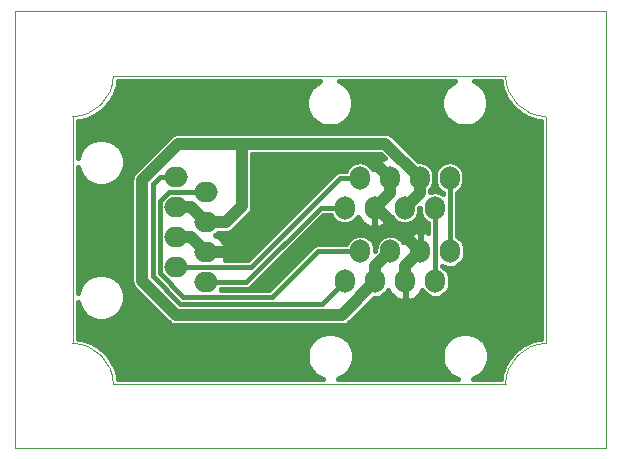
<source format=gbr>
%TF.GenerationSoftware,KiCad,Pcbnew,5.1.10*%
%TF.CreationDate,2022-04-01T14:38:16+02:00*%
%TF.ProjectId,coupleur,636f7570-6c65-4757-922e-6b696361645f,rev?*%
%TF.SameCoordinates,Original*%
%TF.FileFunction,Copper,L2,Bot*%
%TF.FilePolarity,Positive*%
%FSLAX46Y46*%
G04 Gerber Fmt 4.6, Leading zero omitted, Abs format (unit mm)*
G04 Created by KiCad (PCBNEW 5.1.10) date 2022-04-01 14:38:16*
%MOMM*%
%LPD*%
G01*
G04 APERTURE LIST*
%TA.AperFunction,Profile*%
%ADD10C,0.050000*%
%TD*%
%TA.AperFunction,Profile*%
%ADD11C,0.100000*%
%TD*%
%TA.AperFunction,ComponentPad*%
%ADD12O,2.000000X1.700000*%
%TD*%
%TA.AperFunction,ComponentPad*%
%ADD13O,1.700000X2.000000*%
%TD*%
%TA.AperFunction,Conductor*%
%ADD14C,0.400000*%
%TD*%
%TA.AperFunction,Conductor*%
%ADD15C,1.000000*%
%TD*%
%TA.AperFunction,Conductor*%
%ADD16C,0.100000*%
%TD*%
G04 APERTURE END LIST*
D10*
X124000000Y-92500000D02*
X174000000Y-92500000D01*
X124000000Y-129500000D02*
X124000000Y-92500000D01*
X174000000Y-129500000D02*
X124000000Y-129500000D01*
X174000000Y-92500000D02*
X174000000Y-129500000D01*
D11*
X165524576Y-124105518D02*
G75*
G02*
X168963092Y-120667000I3499470J-60952D01*
G01*
X168963093Y-101465941D02*
G75*
G02*
X165524576Y-98027424I60953J3499470D01*
G01*
X132323515Y-98027423D02*
G75*
G02*
X128885000Y-101465940I-3499469J60952D01*
G01*
X128884998Y-120667000D02*
G75*
G02*
X132323516Y-124105516I-60952J-3499470D01*
G01*
X168963092Y-101465940D02*
X168963092Y-120667000D01*
X132323516Y-98027424D02*
X165524576Y-98027424D01*
X165524576Y-124105516D02*
X132323516Y-124105516D01*
X128885000Y-120667000D02*
X128885000Y-101465940D01*
D12*
%TO.P,J1,1*%
%TO.N,Net-(J1-Pad1)*%
X137650000Y-106600000D03*
%TO.P,J1,2*%
%TO.N,Net-(J1-Pad2)*%
X140190000Y-107870000D03*
%TO.P,J1,3*%
%TO.N,/+12V*%
X137650000Y-109140000D03*
%TO.P,J1,4*%
X140190000Y-110410000D03*
%TO.P,J1,5*%
%TO.N,/GND*%
X137650000Y-111680000D03*
%TO.P,J1,6*%
X140190000Y-112950000D03*
%TO.P,J1,7*%
%TO.N,Net-(J1-Pad7)*%
X137650000Y-114220000D03*
%TO.P,J1,8*%
%TO.N,Net-(J1-Pad8)*%
X140190000Y-115490000D03*
%TD*%
D13*
%TO.P,J2,1*%
%TO.N,Net-(J1-Pad1)*%
X151950000Y-115400000D03*
%TO.P,J2,2*%
%TO.N,Net-(J1-Pad2)*%
X153220000Y-112860000D03*
%TO.P,J2,3*%
%TO.N,/+12V*%
X154490000Y-115400000D03*
%TO.P,J2,4*%
X155760000Y-112860000D03*
%TO.P,J2,5*%
%TO.N,/GND*%
X157030000Y-115400000D03*
%TO.P,J2,6*%
X158300000Y-112860000D03*
%TO.P,J2,7*%
%TO.N,Net-(J2-Pad7)*%
X159570000Y-115400000D03*
%TO.P,J2,8*%
%TO.N,Net-(J2-Pad8)*%
X160840000Y-112860000D03*
%TD*%
%TO.P,J3,8*%
%TO.N,Net-(J1-Pad8)*%
X151910000Y-109190000D03*
%TO.P,J3,7*%
%TO.N,Net-(J1-Pad7)*%
X153180000Y-106650000D03*
%TO.P,J3,6*%
%TO.N,/GND*%
X154450000Y-109190000D03*
%TO.P,J3,5*%
X155720000Y-106650000D03*
%TO.P,J3,4*%
%TO.N,/+12V*%
X156990000Y-109190000D03*
%TO.P,J3,3*%
X158260000Y-106650000D03*
%TO.P,J3,2*%
%TO.N,Net-(J2-Pad7)*%
X159530000Y-109190000D03*
%TO.P,J3,1*%
%TO.N,Net-(J2-Pad8)*%
X160800000Y-106650000D03*
%TD*%
D14*
%TO.N,Net-(J1-Pad1)*%
X150009980Y-117340020D02*
X151950000Y-115400000D01*
X138003697Y-117340020D02*
X150009980Y-117340020D01*
X135649981Y-114986304D02*
X138003697Y-117340020D01*
X135649980Y-107200020D02*
X135649981Y-114986304D01*
X136250000Y-106600000D02*
X135649980Y-107200020D01*
X137650000Y-106600000D02*
X136250000Y-106600000D01*
%TO.N,Net-(J1-Pad2)*%
X138252229Y-116740010D02*
X145759990Y-116740010D01*
X136249990Y-114737771D02*
X138252229Y-116740010D01*
X136249990Y-108622229D02*
X136249990Y-114737771D01*
X140190000Y-107870000D02*
X137002219Y-107870000D01*
X137002219Y-107870000D02*
X136249990Y-108622229D01*
X149640000Y-112860000D02*
X153220000Y-112860000D01*
X145759990Y-116740010D02*
X149640000Y-112860000D01*
%TO.N,Net-(J1-Pad7)*%
X143981458Y-114220000D02*
X137650000Y-114220000D01*
X151551458Y-106650000D02*
X143981458Y-114220000D01*
X153180000Y-106650000D02*
X151551458Y-106650000D01*
%TO.N,Net-(J1-Pad8)*%
X151910000Y-109190000D02*
X149860000Y-109190000D01*
X143560000Y-115490000D02*
X140190000Y-115490000D01*
X149860000Y-109190000D02*
X143560000Y-115490000D01*
%TO.N,Net-(J2-Pad7)*%
X159570000Y-112212219D02*
X159570000Y-115400000D01*
X159530000Y-112172219D02*
X159570000Y-112212219D01*
X159530000Y-109190000D02*
X159530000Y-112172219D01*
%TO.N,Net-(J2-Pad8)*%
X160800000Y-112820000D02*
X160840000Y-112860000D01*
X160800000Y-106650000D02*
X160800000Y-112820000D01*
D15*
%TO.N,/+12V*%
X138920000Y-109140000D02*
X140190000Y-110410000D01*
X137650000Y-109140000D02*
X138920000Y-109140000D01*
X158260000Y-107920000D02*
X156990000Y-109190000D01*
X158260000Y-106650000D02*
X158260000Y-107920000D01*
X154490000Y-114130000D02*
X155760000Y-112860000D01*
X154490000Y-115400000D02*
X154490000Y-114130000D01*
X155359980Y-103749980D02*
X149900020Y-103749980D01*
X158260000Y-106650000D02*
X155359980Y-103749980D01*
X154490000Y-115400000D02*
X151649970Y-118240030D01*
X134749971Y-106827223D02*
X137827214Y-103749980D01*
X134749972Y-115359099D02*
X134749971Y-106827223D01*
X137630900Y-118240029D02*
X134749972Y-115359099D01*
X151649970Y-118240030D02*
X137630900Y-118240029D01*
X140190000Y-110410000D02*
X141840000Y-110410000D01*
X143199980Y-109050020D02*
X143199980Y-103749980D01*
X141840000Y-110410000D02*
X143199980Y-109050020D01*
X137827214Y-103749980D02*
X143199980Y-103749980D01*
X143199980Y-103749980D02*
X149900020Y-103749980D01*
%TO.N,/GND*%
X138920000Y-111680000D02*
X140190000Y-112950000D01*
X137650000Y-111680000D02*
X138920000Y-111680000D01*
X155720000Y-107920000D02*
X154450000Y-109190000D01*
X155720000Y-106650000D02*
X155720000Y-107920000D01*
X157030000Y-114130000D02*
X158300000Y-112860000D01*
X157030000Y-115400000D02*
X157030000Y-114130000D01*
X154019990Y-104949990D02*
X150800010Y-104949990D01*
X155720000Y-106650000D02*
X154019990Y-104949990D01*
X142800000Y-112950000D02*
X140190000Y-112950000D01*
X150800010Y-104949990D02*
X142800000Y-112950000D01*
X154630000Y-109190000D02*
X158300000Y-112860000D01*
X154450000Y-109190000D02*
X154630000Y-109190000D01*
%TD*%
D14*
%TO.N,/GND*%
X149692645Y-98527623D02*
X149365074Y-98746499D01*
X149086499Y-99025074D01*
X148867623Y-99352645D01*
X148716859Y-99716622D01*
X148640000Y-100103017D01*
X148640000Y-100496983D01*
X148716859Y-100883378D01*
X148867623Y-101247355D01*
X149086499Y-101574926D01*
X149365074Y-101853501D01*
X149692645Y-102072377D01*
X150056622Y-102223141D01*
X150443017Y-102300000D01*
X150836983Y-102300000D01*
X151223378Y-102223141D01*
X151587355Y-102072377D01*
X151914926Y-101853501D01*
X152193501Y-101574926D01*
X152412377Y-101247355D01*
X152563141Y-100883378D01*
X152640000Y-100496983D01*
X152640000Y-100103017D01*
X152563141Y-99716622D01*
X152412377Y-99352645D01*
X152193501Y-99025074D01*
X151914926Y-98746499D01*
X151587355Y-98527623D01*
X151466164Y-98477424D01*
X161243836Y-98477424D01*
X161122645Y-98527623D01*
X160795074Y-98746499D01*
X160516499Y-99025074D01*
X160297623Y-99352645D01*
X160146859Y-99716622D01*
X160070000Y-100103017D01*
X160070000Y-100496983D01*
X160146859Y-100883378D01*
X160297623Y-101247355D01*
X160516499Y-101574926D01*
X160795074Y-101853501D01*
X161122645Y-102072377D01*
X161486622Y-102223141D01*
X161873017Y-102300000D01*
X162266983Y-102300000D01*
X162653378Y-102223141D01*
X163017355Y-102072377D01*
X163344926Y-101853501D01*
X163623501Y-101574926D01*
X163842377Y-101247355D01*
X163993141Y-100883378D01*
X164070000Y-100496983D01*
X164070000Y-100103017D01*
X163993141Y-99716622D01*
X163842377Y-99352645D01*
X163623501Y-99025074D01*
X163344926Y-98746499D01*
X163017355Y-98527623D01*
X162896164Y-98477424D01*
X165117970Y-98477424D01*
X165136099Y-98655904D01*
X165143545Y-98692833D01*
X165149957Y-98729945D01*
X165151668Y-98735991D01*
X165342266Y-99391942D01*
X165357405Y-99429788D01*
X165372031Y-99467887D01*
X165374884Y-99473485D01*
X165689260Y-100079922D01*
X165711510Y-100114182D01*
X165733210Y-100148638D01*
X165737095Y-100153576D01*
X166163275Y-100687402D01*
X166191749Y-100716680D01*
X166219735Y-100746273D01*
X166224500Y-100750357D01*
X166224505Y-100750362D01*
X166224510Y-100750366D01*
X166746257Y-101191242D01*
X166779827Y-101214398D01*
X166813076Y-101238026D01*
X166818550Y-101241110D01*
X167415999Y-101572252D01*
X167453417Y-101588442D01*
X167490632Y-101605166D01*
X167496601Y-101607128D01*
X168146991Y-101815919D01*
X168186901Y-101824546D01*
X168226596Y-101833709D01*
X168232832Y-101834475D01*
X168513092Y-101866892D01*
X168513093Y-120260394D01*
X168334611Y-120278524D01*
X168297679Y-120285971D01*
X168260571Y-120292382D01*
X168254525Y-120294092D01*
X167598574Y-120484691D01*
X167560728Y-120499830D01*
X167522629Y-120514456D01*
X167517031Y-120517309D01*
X166910594Y-120831685D01*
X166876334Y-120853935D01*
X166841878Y-120875635D01*
X166836940Y-120879520D01*
X166303114Y-121305700D01*
X166273836Y-121334174D01*
X166244243Y-121362160D01*
X166240159Y-121366925D01*
X166240154Y-121366930D01*
X166240150Y-121366935D01*
X165799274Y-121888682D01*
X165776094Y-121922286D01*
X165752490Y-121955502D01*
X165749409Y-121960971D01*
X165749406Y-121960975D01*
X165749406Y-121960976D01*
X165418265Y-122558424D01*
X165402068Y-122595857D01*
X165385351Y-122633057D01*
X165383389Y-122639026D01*
X165174599Y-123289415D01*
X165165977Y-123329298D01*
X165156808Y-123369021D01*
X165156042Y-123375257D01*
X165123626Y-123655516D01*
X162735929Y-123655516D01*
X163057355Y-123522377D01*
X163384926Y-123303501D01*
X163663501Y-123024926D01*
X163882377Y-122697355D01*
X164033141Y-122333378D01*
X164110000Y-121946983D01*
X164110000Y-121553017D01*
X164033141Y-121166622D01*
X163882377Y-120802645D01*
X163663501Y-120475074D01*
X163384926Y-120196499D01*
X163057355Y-119977623D01*
X162693378Y-119826859D01*
X162306983Y-119750000D01*
X161913017Y-119750000D01*
X161526622Y-119826859D01*
X161162645Y-119977623D01*
X160835074Y-120196499D01*
X160556499Y-120475074D01*
X160337623Y-120802645D01*
X160186859Y-121166622D01*
X160110000Y-121553017D01*
X160110000Y-121946983D01*
X160186859Y-122333378D01*
X160337623Y-122697355D01*
X160556499Y-123024926D01*
X160835074Y-123303501D01*
X161162645Y-123522377D01*
X161484071Y-123655516D01*
X151305929Y-123655516D01*
X151627355Y-123522377D01*
X151954926Y-123303501D01*
X152233501Y-123024926D01*
X152452377Y-122697355D01*
X152603141Y-122333378D01*
X152680000Y-121946983D01*
X152680000Y-121553017D01*
X152603141Y-121166622D01*
X152452377Y-120802645D01*
X152233501Y-120475074D01*
X151954926Y-120196499D01*
X151627355Y-119977623D01*
X151263378Y-119826859D01*
X150876983Y-119750000D01*
X150483017Y-119750000D01*
X150096622Y-119826859D01*
X149732645Y-119977623D01*
X149405074Y-120196499D01*
X149126499Y-120475074D01*
X148907623Y-120802645D01*
X148756859Y-121166622D01*
X148680000Y-121553017D01*
X148680000Y-121946983D01*
X148756859Y-122333378D01*
X148907623Y-122697355D01*
X149126499Y-123024926D01*
X149405074Y-123303501D01*
X149732645Y-123522377D01*
X150054071Y-123655516D01*
X132730122Y-123655516D01*
X132711992Y-123477035D01*
X132704545Y-123440103D01*
X132698134Y-123402995D01*
X132696424Y-123396949D01*
X132505825Y-122740998D01*
X132490686Y-122703152D01*
X132476060Y-122665053D01*
X132473207Y-122659455D01*
X132158831Y-122053018D01*
X132136581Y-122018758D01*
X132114881Y-121984302D01*
X132110996Y-121979364D01*
X131684816Y-121445538D01*
X131656342Y-121416260D01*
X131628356Y-121386667D01*
X131623591Y-121382583D01*
X131623586Y-121382578D01*
X131623581Y-121382574D01*
X131101834Y-120941698D01*
X131068230Y-120918518D01*
X131035014Y-120894914D01*
X131029545Y-120891833D01*
X131029541Y-120891830D01*
X131029536Y-120891828D01*
X130432092Y-120560689D01*
X130394659Y-120544492D01*
X130357459Y-120527775D01*
X130351490Y-120525813D01*
X129701101Y-120317023D01*
X129661218Y-120308401D01*
X129621495Y-120299232D01*
X129615259Y-120298466D01*
X129335000Y-120266050D01*
X129335000Y-117132939D01*
X129376859Y-117343378D01*
X129527623Y-117707355D01*
X129746499Y-118034926D01*
X130025074Y-118313501D01*
X130352645Y-118532377D01*
X130716622Y-118683141D01*
X131103017Y-118760000D01*
X131496983Y-118760000D01*
X131883378Y-118683141D01*
X132247355Y-118532377D01*
X132574926Y-118313501D01*
X132853501Y-118034926D01*
X133072377Y-117707355D01*
X133223141Y-117343378D01*
X133300000Y-116956983D01*
X133300000Y-116563017D01*
X133223141Y-116176622D01*
X133072377Y-115812645D01*
X132853501Y-115485074D01*
X132574926Y-115206499D01*
X132247355Y-114987623D01*
X131883378Y-114836859D01*
X131496983Y-114760000D01*
X131103017Y-114760000D01*
X130716622Y-114836859D01*
X130352645Y-114987623D01*
X130025074Y-115206499D01*
X129746499Y-115485074D01*
X129527623Y-115812645D01*
X129376859Y-116176622D01*
X129335000Y-116387061D01*
X129335000Y-105702939D01*
X129376859Y-105913378D01*
X129527623Y-106277355D01*
X129746499Y-106604926D01*
X130025074Y-106883501D01*
X130352645Y-107102377D01*
X130716622Y-107253141D01*
X131103017Y-107330000D01*
X131496983Y-107330000D01*
X131883378Y-107253141D01*
X132247355Y-107102377D01*
X132574926Y-106883501D01*
X132631204Y-106827223D01*
X133845617Y-106827223D01*
X133849971Y-106871430D01*
X133849973Y-115314882D01*
X133845618Y-115359099D01*
X133862995Y-115535529D01*
X133914459Y-115705180D01*
X133979208Y-115826317D01*
X133998030Y-115861531D01*
X134110498Y-115998574D01*
X134144838Y-116026756D01*
X136963252Y-118845173D01*
X136991425Y-118879503D01*
X137025754Y-118907676D01*
X137025762Y-118907684D01*
X137128467Y-118991971D01*
X137284818Y-119075542D01*
X137454468Y-119127006D01*
X137630899Y-119144383D01*
X137675116Y-119140028D01*
X151605763Y-119140030D01*
X151649970Y-119144384D01*
X151694176Y-119140030D01*
X151694197Y-119140028D01*
X151826400Y-119127007D01*
X151826407Y-119127005D01*
X151996050Y-119075544D01*
X152152401Y-118991973D01*
X152152403Y-118991971D01*
X152255107Y-118907685D01*
X152255109Y-118907683D01*
X152289444Y-118879505D01*
X152317622Y-118845170D01*
X154368692Y-116794100D01*
X154490000Y-116806048D01*
X154735043Y-116781913D01*
X154970669Y-116710437D01*
X155187823Y-116594366D01*
X155378160Y-116438160D01*
X155534366Y-116247822D01*
X155592056Y-116139892D01*
X155611260Y-116196110D01*
X155764570Y-116460478D01*
X155966510Y-116689857D01*
X156209320Y-116875432D01*
X156483668Y-117010071D01*
X156733086Y-117079446D01*
X156976000Y-116929944D01*
X156976000Y-115454000D01*
X156956000Y-115454000D01*
X156956000Y-115346000D01*
X156976000Y-115346000D01*
X156976000Y-115326000D01*
X157084000Y-115326000D01*
X157084000Y-115346000D01*
X157104000Y-115346000D01*
X157104000Y-115454000D01*
X157084000Y-115454000D01*
X157084000Y-116929944D01*
X157326914Y-117079446D01*
X157576332Y-117010071D01*
X157850680Y-116875432D01*
X158093490Y-116689857D01*
X158295430Y-116460478D01*
X158448740Y-116196110D01*
X158467944Y-116139892D01*
X158525635Y-116247823D01*
X158681841Y-116438160D01*
X158872178Y-116594366D01*
X159089332Y-116710437D01*
X159324958Y-116781913D01*
X159570000Y-116806048D01*
X159815043Y-116781913D01*
X160050669Y-116710437D01*
X160267823Y-116594366D01*
X160458160Y-116438160D01*
X160614366Y-116247822D01*
X160730437Y-116030668D01*
X160801913Y-115795042D01*
X160820000Y-115611404D01*
X160820000Y-115188595D01*
X160801913Y-115004957D01*
X160730437Y-114769331D01*
X160614366Y-114552177D01*
X160458160Y-114361840D01*
X160267822Y-114205634D01*
X160170000Y-114153347D01*
X160170000Y-114069237D01*
X160359332Y-114170437D01*
X160594958Y-114241913D01*
X160840000Y-114266048D01*
X161085043Y-114241913D01*
X161320669Y-114170437D01*
X161537823Y-114054366D01*
X161728160Y-113898160D01*
X161884366Y-113707822D01*
X162000437Y-113490668D01*
X162071913Y-113255042D01*
X162090000Y-113071404D01*
X162090000Y-112648595D01*
X162071913Y-112464957D01*
X162000437Y-112229331D01*
X161884366Y-112012177D01*
X161728160Y-111821840D01*
X161537822Y-111665634D01*
X161400000Y-111591967D01*
X161400000Y-107896653D01*
X161497822Y-107844366D01*
X161688160Y-107688160D01*
X161844366Y-107497823D01*
X161960437Y-107280669D01*
X162031913Y-107045043D01*
X162050000Y-106861405D01*
X162050000Y-106438596D01*
X162031913Y-106254958D01*
X161960437Y-106019332D01*
X161844366Y-105802178D01*
X161688160Y-105611840D01*
X161497823Y-105455634D01*
X161280669Y-105339563D01*
X161045043Y-105268087D01*
X160800000Y-105243952D01*
X160554958Y-105268087D01*
X160319332Y-105339563D01*
X160102178Y-105455634D01*
X159911841Y-105611840D01*
X159755635Y-105802177D01*
X159639563Y-106019331D01*
X159568087Y-106254957D01*
X159550000Y-106438595D01*
X159550000Y-106861404D01*
X159568087Y-107045042D01*
X159639563Y-107280668D01*
X159755634Y-107497822D01*
X159911840Y-107688160D01*
X160102177Y-107844366D01*
X160200000Y-107896653D01*
X160200000Y-107980762D01*
X160010669Y-107879563D01*
X159775043Y-107808087D01*
X159530000Y-107783952D01*
X159284958Y-107808087D01*
X159160000Y-107845992D01*
X159160000Y-107673733D01*
X159304366Y-107497823D01*
X159420437Y-107280669D01*
X159491913Y-107045043D01*
X159510000Y-106861405D01*
X159510000Y-106438596D01*
X159491913Y-106254958D01*
X159420437Y-106019332D01*
X159304366Y-105802178D01*
X159148160Y-105611840D01*
X158957823Y-105455634D01*
X158740669Y-105339563D01*
X158505043Y-105268087D01*
X158260000Y-105243952D01*
X158138692Y-105255900D01*
X156027637Y-103144845D01*
X155999455Y-103110505D01*
X155862412Y-102998037D01*
X155706061Y-102914466D01*
X155536411Y-102863003D01*
X155404187Y-102849980D01*
X155404186Y-102849980D01*
X155359980Y-102845626D01*
X155315774Y-102849980D01*
X143244187Y-102849980D01*
X143199980Y-102845626D01*
X143155774Y-102849980D01*
X137871421Y-102849980D01*
X137827214Y-102845626D01*
X137783007Y-102849980D01*
X137650783Y-102863003D01*
X137481133Y-102914466D01*
X137324782Y-102998037D01*
X137187739Y-103110505D01*
X137159557Y-103144845D01*
X134144831Y-106159571D01*
X134110496Y-106187749D01*
X134082318Y-106222084D01*
X134082316Y-106222086D01*
X134055340Y-106254957D01*
X133998028Y-106324792D01*
X133914457Y-106481143D01*
X133872175Y-106620527D01*
X133862994Y-106650793D01*
X133845617Y-106827223D01*
X132631204Y-106827223D01*
X132853501Y-106604926D01*
X133072377Y-106277355D01*
X133223141Y-105913378D01*
X133300000Y-105526983D01*
X133300000Y-105133017D01*
X133223141Y-104746622D01*
X133072377Y-104382645D01*
X132853501Y-104055074D01*
X132574926Y-103776499D01*
X132247355Y-103557623D01*
X131883378Y-103406859D01*
X131496983Y-103330000D01*
X131103017Y-103330000D01*
X130716622Y-103406859D01*
X130352645Y-103557623D01*
X130025074Y-103776499D01*
X129746499Y-104055074D01*
X129527623Y-104382645D01*
X129376859Y-104746622D01*
X129335000Y-104957061D01*
X129335000Y-101872546D01*
X129513481Y-101854416D01*
X129550409Y-101846970D01*
X129587522Y-101840558D01*
X129593567Y-101838847D01*
X130249518Y-101648249D01*
X130287400Y-101633095D01*
X130325461Y-101618484D01*
X130331060Y-101615631D01*
X130937498Y-101301255D01*
X130971726Y-101279025D01*
X131006215Y-101257305D01*
X131011152Y-101253420D01*
X131544977Y-100827240D01*
X131574238Y-100798783D01*
X131603848Y-100770780D01*
X131607937Y-100766009D01*
X132048817Y-100244259D01*
X132071997Y-100210655D01*
X132095601Y-100177439D01*
X132098682Y-100171970D01*
X132098685Y-100171966D01*
X132098687Y-100171961D01*
X132429826Y-99574517D01*
X132446016Y-99537099D01*
X132462740Y-99499884D01*
X132464702Y-99493915D01*
X132673493Y-98843525D01*
X132682120Y-98803615D01*
X132691283Y-98763920D01*
X132692049Y-98757684D01*
X132724466Y-98477424D01*
X149813836Y-98477424D01*
X149692645Y-98527623D01*
%TA.AperFunction,Conductor*%
D16*
G36*
X149692645Y-98527623D02*
G01*
X149365074Y-98746499D01*
X149086499Y-99025074D01*
X148867623Y-99352645D01*
X148716859Y-99716622D01*
X148640000Y-100103017D01*
X148640000Y-100496983D01*
X148716859Y-100883378D01*
X148867623Y-101247355D01*
X149086499Y-101574926D01*
X149365074Y-101853501D01*
X149692645Y-102072377D01*
X150056622Y-102223141D01*
X150443017Y-102300000D01*
X150836983Y-102300000D01*
X151223378Y-102223141D01*
X151587355Y-102072377D01*
X151914926Y-101853501D01*
X152193501Y-101574926D01*
X152412377Y-101247355D01*
X152563141Y-100883378D01*
X152640000Y-100496983D01*
X152640000Y-100103017D01*
X152563141Y-99716622D01*
X152412377Y-99352645D01*
X152193501Y-99025074D01*
X151914926Y-98746499D01*
X151587355Y-98527623D01*
X151466164Y-98477424D01*
X161243836Y-98477424D01*
X161122645Y-98527623D01*
X160795074Y-98746499D01*
X160516499Y-99025074D01*
X160297623Y-99352645D01*
X160146859Y-99716622D01*
X160070000Y-100103017D01*
X160070000Y-100496983D01*
X160146859Y-100883378D01*
X160297623Y-101247355D01*
X160516499Y-101574926D01*
X160795074Y-101853501D01*
X161122645Y-102072377D01*
X161486622Y-102223141D01*
X161873017Y-102300000D01*
X162266983Y-102300000D01*
X162653378Y-102223141D01*
X163017355Y-102072377D01*
X163344926Y-101853501D01*
X163623501Y-101574926D01*
X163842377Y-101247355D01*
X163993141Y-100883378D01*
X164070000Y-100496983D01*
X164070000Y-100103017D01*
X163993141Y-99716622D01*
X163842377Y-99352645D01*
X163623501Y-99025074D01*
X163344926Y-98746499D01*
X163017355Y-98527623D01*
X162896164Y-98477424D01*
X165117970Y-98477424D01*
X165136099Y-98655904D01*
X165143545Y-98692833D01*
X165149957Y-98729945D01*
X165151668Y-98735991D01*
X165342266Y-99391942D01*
X165357405Y-99429788D01*
X165372031Y-99467887D01*
X165374884Y-99473485D01*
X165689260Y-100079922D01*
X165711510Y-100114182D01*
X165733210Y-100148638D01*
X165737095Y-100153576D01*
X166163275Y-100687402D01*
X166191749Y-100716680D01*
X166219735Y-100746273D01*
X166224500Y-100750357D01*
X166224505Y-100750362D01*
X166224510Y-100750366D01*
X166746257Y-101191242D01*
X166779827Y-101214398D01*
X166813076Y-101238026D01*
X166818550Y-101241110D01*
X167415999Y-101572252D01*
X167453417Y-101588442D01*
X167490632Y-101605166D01*
X167496601Y-101607128D01*
X168146991Y-101815919D01*
X168186901Y-101824546D01*
X168226596Y-101833709D01*
X168232832Y-101834475D01*
X168513092Y-101866892D01*
X168513093Y-120260394D01*
X168334611Y-120278524D01*
X168297679Y-120285971D01*
X168260571Y-120292382D01*
X168254525Y-120294092D01*
X167598574Y-120484691D01*
X167560728Y-120499830D01*
X167522629Y-120514456D01*
X167517031Y-120517309D01*
X166910594Y-120831685D01*
X166876334Y-120853935D01*
X166841878Y-120875635D01*
X166836940Y-120879520D01*
X166303114Y-121305700D01*
X166273836Y-121334174D01*
X166244243Y-121362160D01*
X166240159Y-121366925D01*
X166240154Y-121366930D01*
X166240150Y-121366935D01*
X165799274Y-121888682D01*
X165776094Y-121922286D01*
X165752490Y-121955502D01*
X165749409Y-121960971D01*
X165749406Y-121960975D01*
X165749406Y-121960976D01*
X165418265Y-122558424D01*
X165402068Y-122595857D01*
X165385351Y-122633057D01*
X165383389Y-122639026D01*
X165174599Y-123289415D01*
X165165977Y-123329298D01*
X165156808Y-123369021D01*
X165156042Y-123375257D01*
X165123626Y-123655516D01*
X162735929Y-123655516D01*
X163057355Y-123522377D01*
X163384926Y-123303501D01*
X163663501Y-123024926D01*
X163882377Y-122697355D01*
X164033141Y-122333378D01*
X164110000Y-121946983D01*
X164110000Y-121553017D01*
X164033141Y-121166622D01*
X163882377Y-120802645D01*
X163663501Y-120475074D01*
X163384926Y-120196499D01*
X163057355Y-119977623D01*
X162693378Y-119826859D01*
X162306983Y-119750000D01*
X161913017Y-119750000D01*
X161526622Y-119826859D01*
X161162645Y-119977623D01*
X160835074Y-120196499D01*
X160556499Y-120475074D01*
X160337623Y-120802645D01*
X160186859Y-121166622D01*
X160110000Y-121553017D01*
X160110000Y-121946983D01*
X160186859Y-122333378D01*
X160337623Y-122697355D01*
X160556499Y-123024926D01*
X160835074Y-123303501D01*
X161162645Y-123522377D01*
X161484071Y-123655516D01*
X151305929Y-123655516D01*
X151627355Y-123522377D01*
X151954926Y-123303501D01*
X152233501Y-123024926D01*
X152452377Y-122697355D01*
X152603141Y-122333378D01*
X152680000Y-121946983D01*
X152680000Y-121553017D01*
X152603141Y-121166622D01*
X152452377Y-120802645D01*
X152233501Y-120475074D01*
X151954926Y-120196499D01*
X151627355Y-119977623D01*
X151263378Y-119826859D01*
X150876983Y-119750000D01*
X150483017Y-119750000D01*
X150096622Y-119826859D01*
X149732645Y-119977623D01*
X149405074Y-120196499D01*
X149126499Y-120475074D01*
X148907623Y-120802645D01*
X148756859Y-121166622D01*
X148680000Y-121553017D01*
X148680000Y-121946983D01*
X148756859Y-122333378D01*
X148907623Y-122697355D01*
X149126499Y-123024926D01*
X149405074Y-123303501D01*
X149732645Y-123522377D01*
X150054071Y-123655516D01*
X132730122Y-123655516D01*
X132711992Y-123477035D01*
X132704545Y-123440103D01*
X132698134Y-123402995D01*
X132696424Y-123396949D01*
X132505825Y-122740998D01*
X132490686Y-122703152D01*
X132476060Y-122665053D01*
X132473207Y-122659455D01*
X132158831Y-122053018D01*
X132136581Y-122018758D01*
X132114881Y-121984302D01*
X132110996Y-121979364D01*
X131684816Y-121445538D01*
X131656342Y-121416260D01*
X131628356Y-121386667D01*
X131623591Y-121382583D01*
X131623586Y-121382578D01*
X131623581Y-121382574D01*
X131101834Y-120941698D01*
X131068230Y-120918518D01*
X131035014Y-120894914D01*
X131029545Y-120891833D01*
X131029541Y-120891830D01*
X131029536Y-120891828D01*
X130432092Y-120560689D01*
X130394659Y-120544492D01*
X130357459Y-120527775D01*
X130351490Y-120525813D01*
X129701101Y-120317023D01*
X129661218Y-120308401D01*
X129621495Y-120299232D01*
X129615259Y-120298466D01*
X129335000Y-120266050D01*
X129335000Y-117132939D01*
X129376859Y-117343378D01*
X129527623Y-117707355D01*
X129746499Y-118034926D01*
X130025074Y-118313501D01*
X130352645Y-118532377D01*
X130716622Y-118683141D01*
X131103017Y-118760000D01*
X131496983Y-118760000D01*
X131883378Y-118683141D01*
X132247355Y-118532377D01*
X132574926Y-118313501D01*
X132853501Y-118034926D01*
X133072377Y-117707355D01*
X133223141Y-117343378D01*
X133300000Y-116956983D01*
X133300000Y-116563017D01*
X133223141Y-116176622D01*
X133072377Y-115812645D01*
X132853501Y-115485074D01*
X132574926Y-115206499D01*
X132247355Y-114987623D01*
X131883378Y-114836859D01*
X131496983Y-114760000D01*
X131103017Y-114760000D01*
X130716622Y-114836859D01*
X130352645Y-114987623D01*
X130025074Y-115206499D01*
X129746499Y-115485074D01*
X129527623Y-115812645D01*
X129376859Y-116176622D01*
X129335000Y-116387061D01*
X129335000Y-105702939D01*
X129376859Y-105913378D01*
X129527623Y-106277355D01*
X129746499Y-106604926D01*
X130025074Y-106883501D01*
X130352645Y-107102377D01*
X130716622Y-107253141D01*
X131103017Y-107330000D01*
X131496983Y-107330000D01*
X131883378Y-107253141D01*
X132247355Y-107102377D01*
X132574926Y-106883501D01*
X132631204Y-106827223D01*
X133845617Y-106827223D01*
X133849971Y-106871430D01*
X133849973Y-115314882D01*
X133845618Y-115359099D01*
X133862995Y-115535529D01*
X133914459Y-115705180D01*
X133979208Y-115826317D01*
X133998030Y-115861531D01*
X134110498Y-115998574D01*
X134144838Y-116026756D01*
X136963252Y-118845173D01*
X136991425Y-118879503D01*
X137025754Y-118907676D01*
X137025762Y-118907684D01*
X137128467Y-118991971D01*
X137284818Y-119075542D01*
X137454468Y-119127006D01*
X137630899Y-119144383D01*
X137675116Y-119140028D01*
X151605763Y-119140030D01*
X151649970Y-119144384D01*
X151694176Y-119140030D01*
X151694197Y-119140028D01*
X151826400Y-119127007D01*
X151826407Y-119127005D01*
X151996050Y-119075544D01*
X152152401Y-118991973D01*
X152152403Y-118991971D01*
X152255107Y-118907685D01*
X152255109Y-118907683D01*
X152289444Y-118879505D01*
X152317622Y-118845170D01*
X154368692Y-116794100D01*
X154490000Y-116806048D01*
X154735043Y-116781913D01*
X154970669Y-116710437D01*
X155187823Y-116594366D01*
X155378160Y-116438160D01*
X155534366Y-116247822D01*
X155592056Y-116139892D01*
X155611260Y-116196110D01*
X155764570Y-116460478D01*
X155966510Y-116689857D01*
X156209320Y-116875432D01*
X156483668Y-117010071D01*
X156733086Y-117079446D01*
X156976000Y-116929944D01*
X156976000Y-115454000D01*
X156956000Y-115454000D01*
X156956000Y-115346000D01*
X156976000Y-115346000D01*
X156976000Y-115326000D01*
X157084000Y-115326000D01*
X157084000Y-115346000D01*
X157104000Y-115346000D01*
X157104000Y-115454000D01*
X157084000Y-115454000D01*
X157084000Y-116929944D01*
X157326914Y-117079446D01*
X157576332Y-117010071D01*
X157850680Y-116875432D01*
X158093490Y-116689857D01*
X158295430Y-116460478D01*
X158448740Y-116196110D01*
X158467944Y-116139892D01*
X158525635Y-116247823D01*
X158681841Y-116438160D01*
X158872178Y-116594366D01*
X159089332Y-116710437D01*
X159324958Y-116781913D01*
X159570000Y-116806048D01*
X159815043Y-116781913D01*
X160050669Y-116710437D01*
X160267823Y-116594366D01*
X160458160Y-116438160D01*
X160614366Y-116247822D01*
X160730437Y-116030668D01*
X160801913Y-115795042D01*
X160820000Y-115611404D01*
X160820000Y-115188595D01*
X160801913Y-115004957D01*
X160730437Y-114769331D01*
X160614366Y-114552177D01*
X160458160Y-114361840D01*
X160267822Y-114205634D01*
X160170000Y-114153347D01*
X160170000Y-114069237D01*
X160359332Y-114170437D01*
X160594958Y-114241913D01*
X160840000Y-114266048D01*
X161085043Y-114241913D01*
X161320669Y-114170437D01*
X161537823Y-114054366D01*
X161728160Y-113898160D01*
X161884366Y-113707822D01*
X162000437Y-113490668D01*
X162071913Y-113255042D01*
X162090000Y-113071404D01*
X162090000Y-112648595D01*
X162071913Y-112464957D01*
X162000437Y-112229331D01*
X161884366Y-112012177D01*
X161728160Y-111821840D01*
X161537822Y-111665634D01*
X161400000Y-111591967D01*
X161400000Y-107896653D01*
X161497822Y-107844366D01*
X161688160Y-107688160D01*
X161844366Y-107497823D01*
X161960437Y-107280669D01*
X162031913Y-107045043D01*
X162050000Y-106861405D01*
X162050000Y-106438596D01*
X162031913Y-106254958D01*
X161960437Y-106019332D01*
X161844366Y-105802178D01*
X161688160Y-105611840D01*
X161497823Y-105455634D01*
X161280669Y-105339563D01*
X161045043Y-105268087D01*
X160800000Y-105243952D01*
X160554958Y-105268087D01*
X160319332Y-105339563D01*
X160102178Y-105455634D01*
X159911841Y-105611840D01*
X159755635Y-105802177D01*
X159639563Y-106019331D01*
X159568087Y-106254957D01*
X159550000Y-106438595D01*
X159550000Y-106861404D01*
X159568087Y-107045042D01*
X159639563Y-107280668D01*
X159755634Y-107497822D01*
X159911840Y-107688160D01*
X160102177Y-107844366D01*
X160200000Y-107896653D01*
X160200000Y-107980762D01*
X160010669Y-107879563D01*
X159775043Y-107808087D01*
X159530000Y-107783952D01*
X159284958Y-107808087D01*
X159160000Y-107845992D01*
X159160000Y-107673733D01*
X159304366Y-107497823D01*
X159420437Y-107280669D01*
X159491913Y-107045043D01*
X159510000Y-106861405D01*
X159510000Y-106438596D01*
X159491913Y-106254958D01*
X159420437Y-106019332D01*
X159304366Y-105802178D01*
X159148160Y-105611840D01*
X158957823Y-105455634D01*
X158740669Y-105339563D01*
X158505043Y-105268087D01*
X158260000Y-105243952D01*
X158138692Y-105255900D01*
X156027637Y-103144845D01*
X155999455Y-103110505D01*
X155862412Y-102998037D01*
X155706061Y-102914466D01*
X155536411Y-102863003D01*
X155404187Y-102849980D01*
X155404186Y-102849980D01*
X155359980Y-102845626D01*
X155315774Y-102849980D01*
X143244187Y-102849980D01*
X143199980Y-102845626D01*
X143155774Y-102849980D01*
X137871421Y-102849980D01*
X137827214Y-102845626D01*
X137783007Y-102849980D01*
X137650783Y-102863003D01*
X137481133Y-102914466D01*
X137324782Y-102998037D01*
X137187739Y-103110505D01*
X137159557Y-103144845D01*
X134144831Y-106159571D01*
X134110496Y-106187749D01*
X134082318Y-106222084D01*
X134082316Y-106222086D01*
X134055340Y-106254957D01*
X133998028Y-106324792D01*
X133914457Y-106481143D01*
X133872175Y-106620527D01*
X133862994Y-106650793D01*
X133845617Y-106827223D01*
X132631204Y-106827223D01*
X132853501Y-106604926D01*
X133072377Y-106277355D01*
X133223141Y-105913378D01*
X133300000Y-105526983D01*
X133300000Y-105133017D01*
X133223141Y-104746622D01*
X133072377Y-104382645D01*
X132853501Y-104055074D01*
X132574926Y-103776499D01*
X132247355Y-103557623D01*
X131883378Y-103406859D01*
X131496983Y-103330000D01*
X131103017Y-103330000D01*
X130716622Y-103406859D01*
X130352645Y-103557623D01*
X130025074Y-103776499D01*
X129746499Y-104055074D01*
X129527623Y-104382645D01*
X129376859Y-104746622D01*
X129335000Y-104957061D01*
X129335000Y-101872546D01*
X129513481Y-101854416D01*
X129550409Y-101846970D01*
X129587522Y-101840558D01*
X129593567Y-101838847D01*
X130249518Y-101648249D01*
X130287400Y-101633095D01*
X130325461Y-101618484D01*
X130331060Y-101615631D01*
X130937498Y-101301255D01*
X130971726Y-101279025D01*
X131006215Y-101257305D01*
X131011152Y-101253420D01*
X131544977Y-100827240D01*
X131574238Y-100798783D01*
X131603848Y-100770780D01*
X131607937Y-100766009D01*
X132048817Y-100244259D01*
X132071997Y-100210655D01*
X132095601Y-100177439D01*
X132098682Y-100171970D01*
X132098685Y-100171966D01*
X132098687Y-100171961D01*
X132429826Y-99574517D01*
X132446016Y-99537099D01*
X132462740Y-99499884D01*
X132464702Y-99493915D01*
X132673493Y-98843525D01*
X132682120Y-98803615D01*
X132691283Y-98763920D01*
X132692049Y-98757684D01*
X132724466Y-98477424D01*
X149813836Y-98477424D01*
X149692645Y-98527623D01*
G37*
%TD.AperFunction*%
D14*
X154504000Y-109136000D02*
X154524000Y-109136000D01*
X154524000Y-109244000D01*
X154504000Y-109244000D01*
X154504000Y-110719944D01*
X154746914Y-110869446D01*
X154996332Y-110800071D01*
X155270680Y-110665432D01*
X155513490Y-110479857D01*
X155715430Y-110250478D01*
X155868740Y-109986110D01*
X155887944Y-109929892D01*
X155945634Y-110037822D01*
X156101840Y-110228160D01*
X156292177Y-110384366D01*
X156509331Y-110500437D01*
X156744957Y-110571913D01*
X156990000Y-110596048D01*
X157235042Y-110571913D01*
X157470668Y-110500437D01*
X157687822Y-110384366D01*
X157878160Y-110228160D01*
X158034366Y-110037823D01*
X158150437Y-109820669D01*
X158221913Y-109585043D01*
X158240000Y-109401405D01*
X158240000Y-109212792D01*
X158280000Y-109172793D01*
X158280000Y-109401404D01*
X158298087Y-109585042D01*
X158369563Y-109820668D01*
X158485634Y-110037822D01*
X158641840Y-110228160D01*
X158832177Y-110384366D01*
X158930000Y-110436654D01*
X158930001Y-111290990D01*
X158846332Y-111249929D01*
X158596914Y-111180554D01*
X158354000Y-111330056D01*
X158354000Y-112806000D01*
X158374000Y-112806000D01*
X158374000Y-112914000D01*
X158354000Y-112914000D01*
X158354000Y-112934000D01*
X158246000Y-112934000D01*
X158246000Y-112914000D01*
X158226000Y-112914000D01*
X158226000Y-112806000D01*
X158246000Y-112806000D01*
X158246000Y-111330056D01*
X158003086Y-111180554D01*
X157753668Y-111249929D01*
X157479320Y-111384568D01*
X157236510Y-111570143D01*
X157034570Y-111799522D01*
X156881260Y-112063890D01*
X156862056Y-112120108D01*
X156804366Y-112012177D01*
X156648160Y-111821840D01*
X156457822Y-111665634D01*
X156240668Y-111549563D01*
X156005042Y-111478087D01*
X155760000Y-111453952D01*
X155514957Y-111478087D01*
X155279331Y-111549563D01*
X155062177Y-111665634D01*
X154871840Y-111821840D01*
X154715634Y-112012178D01*
X154599563Y-112229332D01*
X154528087Y-112464958D01*
X154510000Y-112648596D01*
X154510000Y-112837207D01*
X154470000Y-112877208D01*
X154470000Y-112648595D01*
X154451913Y-112464957D01*
X154380437Y-112229331D01*
X154264366Y-112012177D01*
X154108160Y-111821840D01*
X153917822Y-111665634D01*
X153700668Y-111549563D01*
X153465042Y-111478087D01*
X153220000Y-111453952D01*
X152974957Y-111478087D01*
X152739331Y-111549563D01*
X152522177Y-111665634D01*
X152331840Y-111821840D01*
X152175634Y-112012178D01*
X152059563Y-112229332D01*
X152050260Y-112260000D01*
X149669474Y-112260000D01*
X149640000Y-112257097D01*
X149610526Y-112260000D01*
X149522379Y-112268682D01*
X149409279Y-112302990D01*
X149305045Y-112358704D01*
X149213683Y-112433683D01*
X149194894Y-112456578D01*
X145511463Y-116140010D01*
X141409923Y-116140010D01*
X141436653Y-116090000D01*
X143530526Y-116090000D01*
X143560000Y-116092903D01*
X143589474Y-116090000D01*
X143677621Y-116081318D01*
X143790721Y-116047010D01*
X143894955Y-115991296D01*
X143986317Y-115916317D01*
X144005113Y-115893414D01*
X150108529Y-109790000D01*
X150740260Y-109790000D01*
X150749563Y-109820668D01*
X150865634Y-110037822D01*
X151021840Y-110228160D01*
X151212177Y-110384366D01*
X151429331Y-110500437D01*
X151664957Y-110571913D01*
X151910000Y-110596048D01*
X152155042Y-110571913D01*
X152390668Y-110500437D01*
X152607822Y-110384366D01*
X152798160Y-110228160D01*
X152954366Y-110037823D01*
X153012056Y-109929892D01*
X153031260Y-109986110D01*
X153184570Y-110250478D01*
X153386510Y-110479857D01*
X153629320Y-110665432D01*
X153903668Y-110800071D01*
X154153086Y-110869446D01*
X154396000Y-110719944D01*
X154396000Y-109244000D01*
X154376000Y-109244000D01*
X154376000Y-109136000D01*
X154396000Y-109136000D01*
X154396000Y-109116000D01*
X154504000Y-109116000D01*
X154504000Y-109136000D01*
%TA.AperFunction,Conductor*%
D16*
G36*
X154504000Y-109136000D02*
G01*
X154524000Y-109136000D01*
X154524000Y-109244000D01*
X154504000Y-109244000D01*
X154504000Y-110719944D01*
X154746914Y-110869446D01*
X154996332Y-110800071D01*
X155270680Y-110665432D01*
X155513490Y-110479857D01*
X155715430Y-110250478D01*
X155868740Y-109986110D01*
X155887944Y-109929892D01*
X155945634Y-110037822D01*
X156101840Y-110228160D01*
X156292177Y-110384366D01*
X156509331Y-110500437D01*
X156744957Y-110571913D01*
X156990000Y-110596048D01*
X157235042Y-110571913D01*
X157470668Y-110500437D01*
X157687822Y-110384366D01*
X157878160Y-110228160D01*
X158034366Y-110037823D01*
X158150437Y-109820669D01*
X158221913Y-109585043D01*
X158240000Y-109401405D01*
X158240000Y-109212792D01*
X158280000Y-109172793D01*
X158280000Y-109401404D01*
X158298087Y-109585042D01*
X158369563Y-109820668D01*
X158485634Y-110037822D01*
X158641840Y-110228160D01*
X158832177Y-110384366D01*
X158930000Y-110436654D01*
X158930001Y-111290990D01*
X158846332Y-111249929D01*
X158596914Y-111180554D01*
X158354000Y-111330056D01*
X158354000Y-112806000D01*
X158374000Y-112806000D01*
X158374000Y-112914000D01*
X158354000Y-112914000D01*
X158354000Y-112934000D01*
X158246000Y-112934000D01*
X158246000Y-112914000D01*
X158226000Y-112914000D01*
X158226000Y-112806000D01*
X158246000Y-112806000D01*
X158246000Y-111330056D01*
X158003086Y-111180554D01*
X157753668Y-111249929D01*
X157479320Y-111384568D01*
X157236510Y-111570143D01*
X157034570Y-111799522D01*
X156881260Y-112063890D01*
X156862056Y-112120108D01*
X156804366Y-112012177D01*
X156648160Y-111821840D01*
X156457822Y-111665634D01*
X156240668Y-111549563D01*
X156005042Y-111478087D01*
X155760000Y-111453952D01*
X155514957Y-111478087D01*
X155279331Y-111549563D01*
X155062177Y-111665634D01*
X154871840Y-111821840D01*
X154715634Y-112012178D01*
X154599563Y-112229332D01*
X154528087Y-112464958D01*
X154510000Y-112648596D01*
X154510000Y-112837207D01*
X154470000Y-112877208D01*
X154470000Y-112648595D01*
X154451913Y-112464957D01*
X154380437Y-112229331D01*
X154264366Y-112012177D01*
X154108160Y-111821840D01*
X153917822Y-111665634D01*
X153700668Y-111549563D01*
X153465042Y-111478087D01*
X153220000Y-111453952D01*
X152974957Y-111478087D01*
X152739331Y-111549563D01*
X152522177Y-111665634D01*
X152331840Y-111821840D01*
X152175634Y-112012178D01*
X152059563Y-112229332D01*
X152050260Y-112260000D01*
X149669474Y-112260000D01*
X149640000Y-112257097D01*
X149610526Y-112260000D01*
X149522379Y-112268682D01*
X149409279Y-112302990D01*
X149305045Y-112358704D01*
X149213683Y-112433683D01*
X149194894Y-112456578D01*
X145511463Y-116140010D01*
X141409923Y-116140010D01*
X141436653Y-116090000D01*
X143530526Y-116090000D01*
X143560000Y-116092903D01*
X143589474Y-116090000D01*
X143677621Y-116081318D01*
X143790721Y-116047010D01*
X143894955Y-115991296D01*
X143986317Y-115916317D01*
X144005113Y-115893414D01*
X150108529Y-109790000D01*
X150740260Y-109790000D01*
X150749563Y-109820668D01*
X150865634Y-110037822D01*
X151021840Y-110228160D01*
X151212177Y-110384366D01*
X151429331Y-110500437D01*
X151664957Y-110571913D01*
X151910000Y-110596048D01*
X152155042Y-110571913D01*
X152390668Y-110500437D01*
X152607822Y-110384366D01*
X152798160Y-110228160D01*
X152954366Y-110037823D01*
X153012056Y-109929892D01*
X153031260Y-109986110D01*
X153184570Y-110250478D01*
X153386510Y-110479857D01*
X153629320Y-110665432D01*
X153903668Y-110800071D01*
X154153086Y-110869446D01*
X154396000Y-110719944D01*
X154396000Y-109244000D01*
X154376000Y-109244000D01*
X154376000Y-109136000D01*
X154396000Y-109136000D01*
X154396000Y-109116000D01*
X154504000Y-109116000D01*
X154504000Y-109136000D01*
G37*
%TD.AperFunction*%
D14*
X155332859Y-104995651D02*
X155173668Y-105039929D01*
X154899320Y-105174568D01*
X154656510Y-105360143D01*
X154454570Y-105589522D01*
X154301260Y-105853890D01*
X154282056Y-105910108D01*
X154224366Y-105802178D01*
X154068160Y-105611840D01*
X153877823Y-105455634D01*
X153660669Y-105339563D01*
X153425043Y-105268087D01*
X153180000Y-105243952D01*
X152934958Y-105268087D01*
X152699332Y-105339563D01*
X152482178Y-105455634D01*
X152291841Y-105611840D01*
X152135635Y-105802177D01*
X152019563Y-106019331D01*
X152010260Y-106050000D01*
X151580932Y-106050000D01*
X151551458Y-106047097D01*
X151521984Y-106050000D01*
X151433837Y-106058682D01*
X151320737Y-106092990D01*
X151216503Y-106148704D01*
X151125141Y-106223683D01*
X151106349Y-106246581D01*
X143732931Y-113620000D01*
X141739380Y-113620000D01*
X141800071Y-113496332D01*
X141869446Y-113246914D01*
X141719944Y-113004000D01*
X140244000Y-113004000D01*
X140244000Y-113024000D01*
X140136000Y-113024000D01*
X140136000Y-113004000D01*
X140116000Y-113004000D01*
X140116000Y-112896000D01*
X140136000Y-112896000D01*
X140136000Y-112876000D01*
X140244000Y-112876000D01*
X140244000Y-112896000D01*
X141719944Y-112896000D01*
X141869446Y-112653086D01*
X141800071Y-112403668D01*
X141665432Y-112129320D01*
X141479857Y-111886510D01*
X141250478Y-111684570D01*
X140986110Y-111531260D01*
X140929892Y-111512056D01*
X141037823Y-111454366D01*
X141213733Y-111310000D01*
X141795794Y-111310000D01*
X141840000Y-111314354D01*
X141884206Y-111310000D01*
X141884207Y-111310000D01*
X142016431Y-111296977D01*
X142186081Y-111245514D01*
X142342432Y-111161943D01*
X142479475Y-111049475D01*
X142507657Y-111015135D01*
X143805121Y-109717672D01*
X143839455Y-109689495D01*
X143878080Y-109642431D01*
X143951922Y-109552453D01*
X143951923Y-109552452D01*
X144035494Y-109396101D01*
X144086957Y-109226451D01*
X144099980Y-109094227D01*
X144099980Y-109094225D01*
X144104334Y-109050021D01*
X144099980Y-109005817D01*
X144099980Y-104649980D01*
X154987188Y-104649980D01*
X155332859Y-104995651D01*
%TA.AperFunction,Conductor*%
D16*
G36*
X155332859Y-104995651D02*
G01*
X155173668Y-105039929D01*
X154899320Y-105174568D01*
X154656510Y-105360143D01*
X154454570Y-105589522D01*
X154301260Y-105853890D01*
X154282056Y-105910108D01*
X154224366Y-105802178D01*
X154068160Y-105611840D01*
X153877823Y-105455634D01*
X153660669Y-105339563D01*
X153425043Y-105268087D01*
X153180000Y-105243952D01*
X152934958Y-105268087D01*
X152699332Y-105339563D01*
X152482178Y-105455634D01*
X152291841Y-105611840D01*
X152135635Y-105802177D01*
X152019563Y-106019331D01*
X152010260Y-106050000D01*
X151580932Y-106050000D01*
X151551458Y-106047097D01*
X151521984Y-106050000D01*
X151433837Y-106058682D01*
X151320737Y-106092990D01*
X151216503Y-106148704D01*
X151125141Y-106223683D01*
X151106349Y-106246581D01*
X143732931Y-113620000D01*
X141739380Y-113620000D01*
X141800071Y-113496332D01*
X141869446Y-113246914D01*
X141719944Y-113004000D01*
X140244000Y-113004000D01*
X140244000Y-113024000D01*
X140136000Y-113024000D01*
X140136000Y-113004000D01*
X140116000Y-113004000D01*
X140116000Y-112896000D01*
X140136000Y-112896000D01*
X140136000Y-112876000D01*
X140244000Y-112876000D01*
X140244000Y-112896000D01*
X141719944Y-112896000D01*
X141869446Y-112653086D01*
X141800071Y-112403668D01*
X141665432Y-112129320D01*
X141479857Y-111886510D01*
X141250478Y-111684570D01*
X140986110Y-111531260D01*
X140929892Y-111512056D01*
X141037823Y-111454366D01*
X141213733Y-111310000D01*
X141795794Y-111310000D01*
X141840000Y-111314354D01*
X141884206Y-111310000D01*
X141884207Y-111310000D01*
X142016431Y-111296977D01*
X142186081Y-111245514D01*
X142342432Y-111161943D01*
X142479475Y-111049475D01*
X142507657Y-111015135D01*
X143805121Y-109717672D01*
X143839455Y-109689495D01*
X143878080Y-109642431D01*
X143951922Y-109552453D01*
X143951923Y-109552452D01*
X144035494Y-109396101D01*
X144086957Y-109226451D01*
X144099980Y-109094227D01*
X144099980Y-109094225D01*
X144104334Y-109050021D01*
X144099980Y-109005817D01*
X144099980Y-104649980D01*
X154987188Y-104649980D01*
X155332859Y-104995651D01*
G37*
%TD.AperFunction*%
D14*
X137704000Y-111626000D02*
X137724000Y-111626000D01*
X137724000Y-111734000D01*
X137704000Y-111734000D01*
X137704000Y-111754000D01*
X137596000Y-111754000D01*
X137596000Y-111734000D01*
X137576000Y-111734000D01*
X137576000Y-111626000D01*
X137596000Y-111626000D01*
X137596000Y-111606000D01*
X137704000Y-111606000D01*
X137704000Y-111626000D01*
%TA.AperFunction,Conductor*%
D16*
G36*
X137704000Y-111626000D02*
G01*
X137724000Y-111626000D01*
X137724000Y-111734000D01*
X137704000Y-111734000D01*
X137704000Y-111754000D01*
X137596000Y-111754000D01*
X137596000Y-111734000D01*
X137576000Y-111734000D01*
X137576000Y-111626000D01*
X137596000Y-111626000D01*
X137596000Y-111606000D01*
X137704000Y-111606000D01*
X137704000Y-111626000D01*
G37*
%TD.AperFunction*%
D14*
X155774000Y-106596000D02*
X155794000Y-106596000D01*
X155794000Y-106704000D01*
X155774000Y-106704000D01*
X155774000Y-106724000D01*
X155666000Y-106724000D01*
X155666000Y-106704000D01*
X155646000Y-106704000D01*
X155646000Y-106596000D01*
X155666000Y-106596000D01*
X155666000Y-106576000D01*
X155774000Y-106576000D01*
X155774000Y-106596000D01*
%TA.AperFunction,Conductor*%
D16*
G36*
X155774000Y-106596000D02*
G01*
X155794000Y-106596000D01*
X155794000Y-106704000D01*
X155774000Y-106704000D01*
X155774000Y-106724000D01*
X155666000Y-106724000D01*
X155666000Y-106704000D01*
X155646000Y-106704000D01*
X155646000Y-106596000D01*
X155666000Y-106596000D01*
X155666000Y-106576000D01*
X155774000Y-106576000D01*
X155774000Y-106596000D01*
G37*
%TD.AperFunction*%
%TD*%
M02*

</source>
